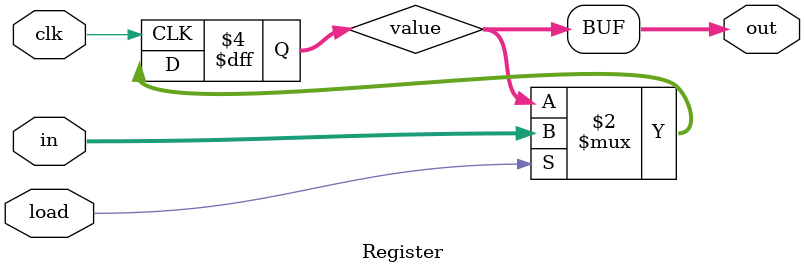
<source format=v>
`ifndef REGISTER_V
`define REGISTER_V

module Register(
    input clk,
    input [15:0] in,
    input load,
    output [15:0] out);

    reg [15:0] value;

    always @(posedge clk) begin
        if (load) begin
            value <= in;
        end
    end

    assign out = value;

endmodule
`endif 
</source>
